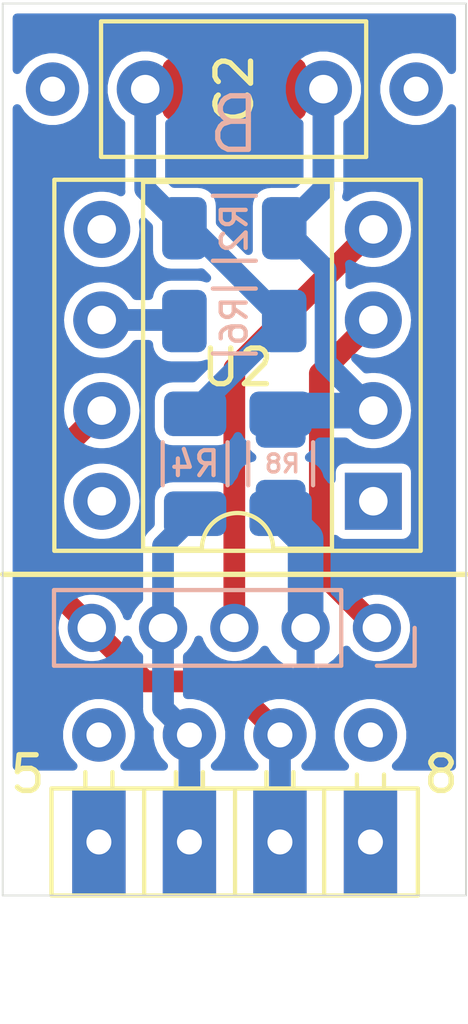
<source format=kicad_pcb>
(kicad_pcb (version 20171130) (host pcbnew "(5.1.2-1)-1")

  (general
    (thickness 0.8)
    (drawings 8)
    (tracks 41)
    (zones 0)
    (modules 10)
    (nets 16)
  )

  (page A4)
  (layers
    (0 F.Cu signal)
    (31 B.Cu signal)
    (32 B.Adhes user hide)
    (33 F.Adhes user hide)
    (36 B.SilkS user)
    (37 F.SilkS user)
    (38 B.Mask user)
    (39 F.Mask user)
    (40 Dwgs.User user)
    (41 Cmts.User user hide)
    (44 Edge.Cuts user)
    (45 Margin user hide)
    (46 B.CrtYd user hide)
    (47 F.CrtYd user)
    (48 B.Fab user hide)
    (49 F.Fab user hide)
  )

  (setup
    (last_trace_width 0.1524)
    (user_trace_width 0.25)
    (user_trace_width 0.28)
    (user_trace_width 0.3)
    (user_trace_width 0.35)
    (user_trace_width 0.4)
    (user_trace_width 0.5)
    (user_trace_width 1)
    (trace_clearance 0.1524)
    (zone_clearance 0.254)
    (zone_45_only no)
    (trace_min 0.1524)
    (via_size 0.508)
    (via_drill 0.254)
    (via_min_size 0.508)
    (via_min_drill 0.254)
    (uvia_size 0.508)
    (uvia_drill 0.254)
    (uvias_allowed no)
    (uvia_min_size 0.2)
    (uvia_min_drill 0.1)
    (edge_width 0.15)
    (segment_width 0.1)
    (pcb_text_width 0.3)
    (pcb_text_size 1.5 1.5)
    (mod_edge_width 0.15)
    (mod_text_size 1 1)
    (mod_text_width 0.15)
    (pad_size 1.35 1.35)
    (pad_drill 0.8)
    (pad_to_mask_clearance 0.051)
    (solder_mask_min_width 0.25)
    (aux_axis_origin 0 0)
    (grid_origin 125 89)
    (visible_elements FFFFFF7F)
    (pcbplotparams
      (layerselection 0x010fc_ffffffff)
      (usegerberextensions false)
      (usegerberattributes false)
      (usegerberadvancedattributes false)
      (creategerberjobfile false)
      (excludeedgelayer true)
      (linewidth 0.100000)
      (plotframeref false)
      (viasonmask false)
      (mode 1)
      (useauxorigin false)
      (hpglpennumber 1)
      (hpglpenspeed 20)
      (hpglpendiameter 15.000000)
      (psnegative false)
      (psa4output false)
      (plotreference true)
      (plotvalue true)
      (plotinvisibletext false)
      (padsonsilk false)
      (subtractmaskfromsilk false)
      (outputformat 1)
      (mirror false)
      (drillshape 1)
      (scaleselection 1)
      (outputdirectory ""))
  )

  (net 0 "")
  (net 1 "Net-(C2-Pad2)")
  (net 2 "Net-(C2-Pad1)")
  (net 3 "Net-(R6-Pad2)")
  (net 4 "Net-(U2-Pad8)")
  (net 5 "Net-(U2-Pad5)")
  (net 6 "Net-(U2-Pad1)")
  (net 7 "Net-(J14-Pad1)")
  (net 8 "Net-(J16-Pad1)")
  (net 9 "Net-(J1-Pad2)")
  (net 10 "Net-(J2-Pad4)")
  (net 11 "Net-(J2-Pad3)")
  (net 12 "Net-(J2-Pad2)")
  (net 13 "Net-(J2-Pad1)")
  (net 14 "Net-(J4-Pad3)")
  (net 15 "Net-(J4-Pad1)")

  (net_class Default "This is the default net class."
    (clearance 0.1524)
    (trace_width 0.1524)
    (via_dia 0.508)
    (via_drill 0.254)
    (uvia_dia 0.508)
    (uvia_drill 0.254)
  )

  (net_class SMD ""
    (clearance 0.1524)
    (trace_width 0.254)
    (via_dia 0.508)
    (via_drill 0.254)
    (uvia_dia 0.508)
    (uvia_drill 0.254)
  )

  (net_class grounds ""
    (clearance 0.254)
    (trace_width 1)
    (via_dia 0.762)
    (via_drill 0.381)
    (uvia_dia 0.762)
    (uvia_drill 0.381)
  )

  (net_class power ""
    (clearance 0.254)
    (trace_width 1)
    (via_dia 0.762)
    (via_drill 0.254)
    (uvia_dia 0.508)
    (uvia_drill 0.254)
  )

  (net_class signal ""
    (clearance 0.2)
    (trace_width 0.6096)
    (via_dia 0.762)
    (via_drill 0.381)
    (uvia_dia 0.762)
    (uvia_drill 0.381)
    (add_net "Net-(C2-Pad1)")
    (add_net "Net-(C2-Pad2)")
    (add_net "Net-(J1-Pad2)")
    (add_net "Net-(J14-Pad1)")
    (add_net "Net-(J16-Pad1)")
    (add_net "Net-(J2-Pad1)")
    (add_net "Net-(J2-Pad2)")
    (add_net "Net-(J2-Pad3)")
    (add_net "Net-(J2-Pad4)")
    (add_net "Net-(J4-Pad1)")
    (add_net "Net-(J4-Pad3)")
    (add_net "Net-(R6-Pad2)")
    (add_net "Net-(U2-Pad1)")
    (add_net "Net-(U2-Pad5)")
    (add_net "Net-(U2-Pad8)")
  )

  (net_class soic ""
    (clearance 0.1524)
    (trace_width 0.4)
    (via_dia 0.508)
    (via_drill 0.254)
    (uvia_dia 0.508)
    (uvia_drill 0.254)
  )

  (module Duallys:Kemet-33nF (layer F.Cu) (tedit 5FDBED7D) (tstamp 5FD6C921)
    (at 134 66.4 180)
    (descr "C, Rect series, Radial, pin pitch=5.00mm, , length*width=7.2*5.5mm^2, Capacitor, http://www.wima.com/EN/WIMA_FKS_2.pdf")
    (tags "C Rect series Radial pin pitch 5.00mm  length 7.2mm width 5.5mm Capacitor")
    (path /64E9A2A2)
    (fp_text reference C2 (at 2.5 0 90) (layer F.SilkS)
      (effects (font (size 1 1) (thickness 0.15)))
    )
    (fp_text value 33n (at 2.5 3.6) (layer F.SilkS) hide
      (effects (font (size 1 1) (thickness 0.15)))
    )
    (fp_line (start 6.35 -2) (end -1.3 -2) (layer F.CrtYd) (width 0.05))
    (fp_line (start 6.35 2) (end 6.35 -2) (layer F.CrtYd) (width 0.05))
    (fp_line (start -1.3 2) (end 6.35 2) (layer F.CrtYd) (width 0.05))
    (fp_line (start -1.3 -2) (end -1.3 2) (layer F.CrtYd) (width 0.05))
    (fp_line (start 6.24 -1.9) (end 6.24 1.9) (layer F.SilkS) (width 0.12))
    (fp_line (start -1.2 -1.9) (end -1.2 1.9) (layer F.SilkS) (width 0.12))
    (fp_line (start -1.2 1.9) (end 6.24 1.9) (layer F.SilkS) (width 0.12))
    (fp_line (start -1.2 -1.9) (end 6.24 -1.9) (layer F.SilkS) (width 0.12))
    (fp_line (start 6.1 -1.75) (end -1.1 -1.75) (layer F.Fab) (width 0.1))
    (fp_line (start 6.1 1.75) (end 6.1 -1.75) (layer F.Fab) (width 0.1))
    (fp_line (start -1.1 1.75) (end 6.1 1.75) (layer F.Fab) (width 0.1))
    (fp_line (start -1.1 -1.75) (end -1.1 1.75) (layer F.Fab) (width 0.1))
    (pad 2 smd roundrect (at 3.9 0 180) (size 1.25 1.75) (layers F.Cu F.Paste F.Mask) (roundrect_rratio 0.25)
      (net 1 "Net-(C2-Pad2)"))
    (pad 1 smd roundrect (at 1.1 0 180) (size 1.25 1.75) (layers F.Cu F.Paste F.Mask) (roundrect_rratio 0.25)
      (net 2 "Net-(C2-Pad1)"))
    (pad 2 thru_hole circle (at 5 0 180) (size 1.6 1.6) (drill 0.8) (layers *.Cu *.Mask)
      (net 1 "Net-(C2-Pad2)"))
    (pad 1 thru_hole circle (at 0 0 180) (size 1.6 1.6) (drill 0.8) (layers *.Cu *.Mask)
      (net 2 "Net-(C2-Pad1)"))
    (model ${KIPRJMOD}/Lib/3D/Kem-PHE-33n.step
      (at (xyz 0 0 0))
      (scale (xyz 1 1 1))
      (rotate (xyz 0 0 0))
    )
  )

  (module Resistor_SMD:R_1206_3216Metric (layer B.Cu) (tedit 5B301BBD) (tstamp 5FE9152A)
    (at 131.5 70.3)
    (descr "Resistor SMD 1206 (3216 Metric), square (rectangular) end terminal, IPC_7351 nominal, (Body size source: http://www.tortai-tech.com/upload/download/2011102023233369053.pdf), generated with kicad-footprint-generator")
    (tags resistor)
    (path /64E97252)
    (attr smd)
    (fp_text reference R2 (at 0 0 270) (layer B.SilkS)
      (effects (font (size 0.7 0.7) (thickness 0.12)) (justify mirror))
    )
    (fp_text value 2k26 (at 0 -1.82) (layer B.Fab)
      (effects (font (size 1 1) (thickness 0.15)) (justify mirror))
    )
    (fp_text user %R (at 0 0) (layer B.Fab)
      (effects (font (size 0.8 0.8) (thickness 0.12)) (justify mirror))
    )
    (fp_line (start 2.28 -1.12) (end -2.28 -1.12) (layer B.CrtYd) (width 0.05))
    (fp_line (start 2.28 1.12) (end 2.28 -1.12) (layer B.CrtYd) (width 0.05))
    (fp_line (start -2.28 1.12) (end 2.28 1.12) (layer B.CrtYd) (width 0.05))
    (fp_line (start -2.28 -1.12) (end -2.28 1.12) (layer B.CrtYd) (width 0.05))
    (fp_line (start -0.602064 -0.91) (end 0.602064 -0.91) (layer B.SilkS) (width 0.12))
    (fp_line (start -0.602064 0.91) (end 0.602064 0.91) (layer B.SilkS) (width 0.12))
    (fp_line (start 1.6 -0.8) (end -1.6 -0.8) (layer B.Fab) (width 0.1))
    (fp_line (start 1.6 0.8) (end 1.6 -0.8) (layer B.Fab) (width 0.1))
    (fp_line (start -1.6 0.8) (end 1.6 0.8) (layer B.Fab) (width 0.1))
    (fp_line (start -1.6 -0.8) (end -1.6 0.8) (layer B.Fab) (width 0.1))
    (pad 2 smd roundrect (at 1.4 0) (size 1.25 1.75) (layers B.Cu B.Paste B.Mask) (roundrect_rratio 0.2)
      (net 2 "Net-(C2-Pad1)"))
    (pad 1 smd roundrect (at -1.4 0) (size 1.25 1.75) (layers B.Cu B.Paste B.Mask) (roundrect_rratio 0.2)
      (net 1 "Net-(C2-Pad2)"))
    (model ${KISYS3DMOD}/Resistor_SMD.3dshapes/R_1206_3216Metric.wrl
      (at (xyz 0 0 0))
      (scale (xyz 1 1 1))
      (rotate (xyz 0 0 0))
    )
  )

  (module Resistor_SMD:R_1206_3216Metric (layer B.Cu) (tedit 5B301BBD) (tstamp 5FDB74DB)
    (at 130.4 76.9 90)
    (descr "Resistor SMD 1206 (3216 Metric), square (rectangular) end terminal, IPC_7351 nominal, (Body size source: http://www.tortai-tech.com/upload/download/2011102023233369053.pdf), generated with kicad-footprint-generator")
    (tags resistor)
    (path /6554D49A)
    (attr smd)
    (fp_text reference R4 (at 0 0) (layer B.SilkS)
      (effects (font (size 0.7 0.7) (thickness 0.12)) (justify mirror))
    )
    (fp_text value 6k65 (at 0 -1.82 90) (layer B.Fab)
      (effects (font (size 1 1) (thickness 0.15)) (justify mirror))
    )
    (fp_text user %R (at 0 0 90) (layer B.Fab)
      (effects (font (size 0.8 0.8) (thickness 0.12)) (justify mirror))
    )
    (fp_line (start 2.28 -1.12) (end -2.28 -1.12) (layer B.CrtYd) (width 0.05))
    (fp_line (start 2.28 1.12) (end 2.28 -1.12) (layer B.CrtYd) (width 0.05))
    (fp_line (start -2.28 1.12) (end 2.28 1.12) (layer B.CrtYd) (width 0.05))
    (fp_line (start -2.28 -1.12) (end -2.28 1.12) (layer B.CrtYd) (width 0.05))
    (fp_line (start -0.602064 -0.91) (end 0.602064 -0.91) (layer B.SilkS) (width 0.12))
    (fp_line (start -0.602064 0.91) (end 0.602064 0.91) (layer B.SilkS) (width 0.12))
    (fp_line (start 1.6 -0.8) (end -1.6 -0.8) (layer B.Fab) (width 0.1))
    (fp_line (start 1.6 0.8) (end 1.6 -0.8) (layer B.Fab) (width 0.1))
    (fp_line (start -1.6 0.8) (end 1.6 0.8) (layer B.Fab) (width 0.1))
    (fp_line (start -1.6 -0.8) (end -1.6 0.8) (layer B.Fab) (width 0.1))
    (pad 2 smd roundrect (at 1.4 0 90) (size 1.25 1.75) (layers B.Cu B.Paste B.Mask) (roundrect_rratio 0.2)
      (net 1 "Net-(C2-Pad2)"))
    (pad 1 smd roundrect (at -1.4 0 90) (size 1.25 1.75) (layers B.Cu B.Paste B.Mask) (roundrect_rratio 0.2)
      (net 12 "Net-(J2-Pad2)"))
    (model ${KISYS3DMOD}/Resistor_SMD.3dshapes/R_1206_3216Metric.wrl
      (at (xyz 0 0 0))
      (scale (xyz 1 1 1))
      (rotate (xyz 0 0 0))
    )
  )

  (module Resistor_SMD:R_1206_3216Metric (layer B.Cu) (tedit 5B301BBD) (tstamp 5FDB74FB)
    (at 131.5 72.9 180)
    (descr "Resistor SMD 1206 (3216 Metric), square (rectangular) end terminal, IPC_7351 nominal, (Body size source: http://www.tortai-tech.com/upload/download/2011102023233369053.pdf), generated with kicad-footprint-generator")
    (tags resistor)
    (path /6554A433)
    (attr smd)
    (fp_text reference R6 (at 0 0 270) (layer B.SilkS)
      (effects (font (size 0.7 0.7) (thickness 0.12)) (justify mirror))
    )
    (fp_text value 75 (at 0 -1.82) (layer B.Fab)
      (effects (font (size 1 1) (thickness 0.15)) (justify mirror))
    )
    (fp_text user %R (at 0 0) (layer B.Fab)
      (effects (font (size 0.8 0.8) (thickness 0.12)) (justify mirror))
    )
    (fp_line (start 2.28 -1.12) (end -2.28 -1.12) (layer B.CrtYd) (width 0.05))
    (fp_line (start 2.28 1.12) (end 2.28 -1.12) (layer B.CrtYd) (width 0.05))
    (fp_line (start -2.28 1.12) (end 2.28 1.12) (layer B.CrtYd) (width 0.05))
    (fp_line (start -2.28 -1.12) (end -2.28 1.12) (layer B.CrtYd) (width 0.05))
    (fp_line (start -0.602064 -0.91) (end 0.602064 -0.91) (layer B.SilkS) (width 0.12))
    (fp_line (start -0.602064 0.91) (end 0.602064 0.91) (layer B.SilkS) (width 0.12))
    (fp_line (start 1.6 -0.8) (end -1.6 -0.8) (layer B.Fab) (width 0.1))
    (fp_line (start 1.6 0.8) (end 1.6 -0.8) (layer B.Fab) (width 0.1))
    (fp_line (start -1.6 0.8) (end 1.6 0.8) (layer B.Fab) (width 0.1))
    (fp_line (start -1.6 -0.8) (end -1.6 0.8) (layer B.Fab) (width 0.1))
    (pad 2 smd roundrect (at 1.4 0 180) (size 1.25 1.75) (layers B.Cu B.Paste B.Mask) (roundrect_rratio 0.2)
      (net 3 "Net-(R6-Pad2)"))
    (pad 1 smd roundrect (at -1.4 0 180) (size 1.25 1.75) (layers B.Cu B.Paste B.Mask) (roundrect_rratio 0.2)
      (net 1 "Net-(C2-Pad2)"))
    (model ${KISYS3DMOD}/Resistor_SMD.3dshapes/R_1206_3216Metric.wrl
      (at (xyz 0 0 0))
      (scale (xyz 1 1 1))
      (rotate (xyz 0 0 0))
    )
  )

  (module Duallys:Combo-4P-Preci-B (layer F.Cu) (tedit 5FD78565) (tstamp 5FE4CF42)
    (at 127.7 84.5)
    (descr "Through hole angled pin header, 1x04, 2.54mm pitch, 6mm pin length, single row")
    (tags "Through hole angled pin header THT 1x04 2.54mm single row")
    (path /5F617894)
    (fp_text reference J2 (at 3.86 -1.67) (layer F.SilkS) hide
      (effects (font (size 1 1) (thickness 0.15)))
    )
    (fp_text value "5 6 7 8" (at 4.14 8.96) (layer F.Fab)
      (effects (font (size 1 1) (thickness 0.15)))
    )
    (fp_line (start 8.89 2.135) (end 8.88 4.5) (layer F.Fab) (width 0.1))
    (fp_line (start 8.88 4.5) (end -1.28 4.5) (layer F.Fab) (width 0.1))
    (fp_line (start -1.28 4.5) (end -1.28 1.55) (layer F.Fab) (width 0.1))
    (fp_line (start -1.28 1.55) (end 8.27 1.55) (layer F.Fab) (width 0.1))
    (fp_line (start 8.27 1.55) (end 8.89 2.135) (layer F.Fab) (width 0.1))
    (fp_line (start 7.94 0) (end 7.94 1.5) (layer F.Fab) (width 0.1))
    (fp_line (start 7.94 0) (end 7.3 0) (layer F.Fab) (width 0.1))
    (fp_line (start 7.3 0) (end 7.3 1.5) (layer F.Fab) (width 0.1))
    (fp_line (start 7.94 4.54) (end 7.94 8) (layer F.Fab) (width 0.1))
    (fp_line (start 7.94 8) (end 7.3 8) (layer F.Fab) (width 0.1))
    (fp_line (start 7.3 4.54) (end 7.3 8) (layer F.Fab) (width 0.1))
    (fp_line (start 5.4 0) (end 5.4 1.5) (layer F.Fab) (width 0.1))
    (fp_line (start 5.4 0) (end 4.76 0) (layer F.Fab) (width 0.1))
    (fp_line (start 4.76 0) (end 4.76 1.5) (layer F.Fab) (width 0.1))
    (fp_line (start 5.4 4.54) (end 5.4 8) (layer F.Fab) (width 0.1))
    (fp_line (start 5.4 8) (end 4.76 8) (layer F.Fab) (width 0.1))
    (fp_line (start 4.76 4.54) (end 4.76 8) (layer F.Fab) (width 0.1))
    (fp_line (start 2.86 0) (end 2.86 1.5) (layer F.Fab) (width 0.1))
    (fp_line (start 2.86 0) (end 2.22 0) (layer F.Fab) (width 0.1))
    (fp_line (start 2.22 0) (end 2.22 1.5) (layer F.Fab) (width 0.1))
    (fp_line (start 2.86 4.54) (end 2.86 8) (layer F.Fab) (width 0.1))
    (fp_line (start 2.86 8) (end 2.22 8) (layer F.Fab) (width 0.1))
    (fp_line (start 2.22 4.54) (end 2.22 8) (layer F.Fab) (width 0.1))
    (fp_line (start 0.32 0) (end 0.32 1.5) (layer F.Fab) (width 0.1))
    (fp_line (start 0.32 0) (end -0.32 0) (layer F.Fab) (width 0.1))
    (fp_line (start -0.32 0) (end -0.32 1.5) (layer F.Fab) (width 0.1))
    (fp_line (start 0.32 4.54) (end 0.32 8) (layer F.Fab) (width 0.1))
    (fp_line (start 0.32 8) (end -0.32 8) (layer F.Fab) (width 0.1))
    (fp_line (start -0.32 4.54) (end -0.32 8) (layer F.Fab) (width 0.1))
    (fp_line (start 8.95 1.5) (end -1.33 1.5) (layer F.SilkS) (width 0.12))
    (fp_line (start -1.33 1.5) (end -1.33 4.5) (layer F.SilkS) (width 0.12))
    (fp_line (start -1.33 4.5) (end 8.95 4.5) (layer F.SilkS) (width 0.12))
    (fp_line (start 8.95 4.5) (end 8.95 1.5) (layer F.SilkS) (width 0.12))
    (fp_line (start 8 1.11) (end 8 1.44) (layer F.SilkS) (width 0.12))
    (fp_line (start 7.24 1.11) (end 7.24 1.44) (layer F.SilkS) (width 0.12))
    (fp_line (start 6.32 1.5) (end 6.32 4.5) (layer F.SilkS) (width 0.12))
    (fp_line (start 5.46 1.042929) (end 5.46 1.44) (layer F.SilkS) (width 0.12))
    (fp_line (start 4.7 1.042929) (end 4.7 1.44) (layer F.SilkS) (width 0.12))
    (fp_line (start 3.82 1.5) (end 3.82 4.5) (layer F.SilkS) (width 0.12))
    (fp_line (start 2.92 1.042929) (end 2.92 1.44) (layer F.SilkS) (width 0.12))
    (fp_line (start 2.16 1.042929) (end 2.16 1.44) (layer F.SilkS) (width 0.12))
    (fp_line (start 1.27 1.5) (end 1.27 4.5) (layer F.SilkS) (width 0.12))
    (fp_line (start 0.38 1.042929) (end 0.38 1.44) (layer F.SilkS) (width 0.12))
    (fp_line (start -0.38 1.042929) (end -0.38 1.44) (layer F.SilkS) (width 0.12))
    (fp_line (start 8.92 -0.9) (end -1.33 -0.9) (layer F.CrtYd) (width 0.05))
    (fp_line (start -1.33 -0.9) (end -1.33 8.1) (layer F.CrtYd) (width 0.05))
    (fp_line (start -1.33 8.1) (end 8.92 8.1) (layer F.CrtYd) (width 0.05))
    (fp_line (start 8.92 8.1) (end 8.92 -0.9) (layer F.CrtYd) (width 0.05))
    (fp_text user %R (at 3.82 5.94) (layer F.Fab)
      (effects (font (size 1 1) (thickness 0.15)))
    )
    (pad 4 thru_hole circle (at 7.62 0 270) (size 1.5 1.5) (drill 0.7) (layers *.Cu *.Mask)
      (net 10 "Net-(J2-Pad4)"))
    (pad 3 thru_hole circle (at 5.08 0 270) (size 1.5 1.5) (drill 0.7) (layers *.Cu *.Mask)
      (net 11 "Net-(J2-Pad3)"))
    (pad 2 thru_hole circle (at 2.54 0 270) (size 1.5 1.5) (drill 0.7) (layers *.Cu *.Mask)
      (net 12 "Net-(J2-Pad2)"))
    (pad 1 thru_hole circle (at 0 0 270) (size 1.5 1.5) (drill 0.7) (layers *.Cu *.Mask)
      (net 13 "Net-(J2-Pad1)"))
    (pad 4 thru_hole rect (at 7.62 3 270) (size 3 1.5) (drill 0.7) (layers *.Cu *.Mask)
      (net 10 "Net-(J2-Pad4)"))
    (pad 3 thru_hole rect (at 5.08 3 270) (size 3 1.5) (drill 0.7) (layers *.Cu *.Mask)
      (net 11 "Net-(J2-Pad3)"))
    (pad 2 thru_hole rect (at 2.54 3 270) (size 3 1.5) (drill 0.7) (layers *.Cu *.Mask)
      (net 12 "Net-(J2-Pad2)"))
    (pad 1 thru_hole rect (at 0 3 270) (size 3 1.5) (drill 0.7) (layers *.Cu *.Mask)
      (net 13 "Net-(J2-Pad1)"))
    (model ${KIPRJMOD}/lib/3d/preci-dip_399.stp
      (offset (xyz 3.81 -1.55 1.27))
      (scale (xyz 1 1 1))
      (rotate (xyz 0 180 180))
    )
  )

  (module Duallys:PinHeader_1x05_P2mm_WithOut (layer B.Cu) (tedit 5FDE3678) (tstamp 5FE4CFAF)
    (at 135.5 81.5 90)
    (descr "Through hole straight pin header, 1x05, 2.00mm pitch, single row")
    (tags "Through hole pin header THT 1x05 2.00mm single row")
    (path /5FDED561)
    (fp_text reference J4 (at 0 2.06 90) (layer B.SilkS) hide
      (effects (font (size 1 1) (thickness 0.15)) (justify mirror))
    )
    (fp_text value Conn_01x05 (at 0 -10.06 90) (layer B.Fab)
      (effects (font (size 1 1) (thickness 0.15)) (justify mirror))
    )
    (fp_line (start -0.5 1) (end 1 1) (layer B.Fab) (width 0.1))
    (fp_line (start 1 1) (end 1 -9) (layer B.Fab) (width 0.1))
    (fp_line (start 1 -9) (end -1 -9) (layer B.Fab) (width 0.1))
    (fp_line (start -1 -9) (end -1 0.5) (layer B.Fab) (width 0.1))
    (fp_line (start -1 0.5) (end -0.5 1) (layer B.Fab) (width 0.1))
    (fp_line (start -1.06 -9.06) (end 1.06 -9.06) (layer B.SilkS) (width 0.12))
    (fp_line (start -1.06 -1) (end -1.06 -9.06) (layer B.SilkS) (width 0.12))
    (fp_line (start 1.06 -1) (end 1.06 -9.06) (layer B.SilkS) (width 0.12))
    (fp_line (start -1.06 -1) (end 1.06 -1) (layer B.SilkS) (width 0.12))
    (fp_line (start -1.06 0) (end -1.06 1.06) (layer B.SilkS) (width 0.12))
    (fp_line (start -1.06 1.06) (end 0 1.06) (layer B.SilkS) (width 0.12))
    (fp_line (start -1.5 1.5) (end -1.5 -9.5) (layer B.CrtYd) (width 0.05))
    (fp_line (start -1.5 -9.5) (end 1.5 -9.5) (layer B.CrtYd) (width 0.05))
    (fp_line (start 1.5 -9.5) (end 1.5 1.5) (layer B.CrtYd) (width 0.05))
    (fp_line (start 1.5 1.5) (end -1.5 1.5) (layer B.CrtYd) (width 0.05))
    (fp_text user %R (at 0 -4 180) (layer B.Fab)
      (effects (font (size 1 1) (thickness 0.15)) (justify mirror))
    )
    (pad 1 thru_hole circle (at 0 0 90) (size 1.35 1.35) (drill 0.8) (layers *.Cu *.Mask)
      (net 15 "Net-(J4-Pad1)"))
    (pad 2 thru_hole oval (at 0 -2 90) (size 1.35 1.35) (drill 0.8) (layers *.Cu *.Mask)
      (net 9 "Net-(J1-Pad2)"))
    (pad 3 thru_hole oval (at 0 -4 90) (size 1.35 1.35) (drill 0.8) (layers *.Cu *.Mask)
      (net 14 "Net-(J4-Pad3)"))
    (pad 4 thru_hole oval (at 0 -6 90) (size 1.35 1.35) (drill 0.8) (layers *.Cu *.Mask)
      (net 12 "Net-(J2-Pad2)"))
    (pad 5 thru_hole oval (at 0 -8 90) (size 1.35 1.35) (drill 0.8) (layers *.Cu *.Mask)
      (net 11 "Net-(J2-Pad3)"))
  )

  (module Duallys:ThruPoint_THT_D1.5mm_Drill0.7mm (layer F.Cu) (tedit 5FD4F26B) (tstamp 5FE4CFBB)
    (at 126.4 66.4)
    (descr "THT pad as test Point, diameter 1.5mm, hole diameter 0.7mm")
    (tags "test point THT pad")
    (path /5FD793FB)
    (attr virtual)
    (fp_text reference J14 (at 0 -1.648) (layer F.Fab)
      (effects (font (size 1 1) (thickness 0.15)))
    )
    (fp_text value Tie (at 0 1.75) (layer F.Fab)
      (effects (font (size 1 1) (thickness 0.15)))
    )
    (fp_text user %R (at 0 -1.65) (layer F.Fab)
      (effects (font (size 1 1) (thickness 0.15)))
    )
    (pad 1 thru_hole circle (at 0 0) (size 1.5 1.5) (drill 0.7) (layers *.Cu *.Mask)
      (net 7 "Net-(J14-Pad1)"))
  )

  (module Duallys:ThruPoint_THT_D1.5mm_Drill0.7mm (layer F.Cu) (tedit 5FD4F26B) (tstamp 5FE4CFC7)
    (at 136.6 66.4)
    (descr "THT pad as test Point, diameter 1.5mm, hole diameter 0.7mm")
    (tags "test point THT pad")
    (path /5FD79D56)
    (attr virtual)
    (fp_text reference J16 (at 0 -1.648) (layer F.Fab)
      (effects (font (size 1 1) (thickness 0.15)))
    )
    (fp_text value Tie (at 0 1.75) (layer F.Fab)
      (effects (font (size 1 1) (thickness 0.15)))
    )
    (fp_text user %R (at 0 -1.65) (layer F.Fab)
      (effects (font (size 1 1) (thickness 0.15)))
    )
    (pad 1 thru_hole circle (at 0 0) (size 1.5 1.5) (drill 0.7) (layers *.Cu *.Mask)
      (net 8 "Net-(J16-Pad1)"))
  )

  (module "Duallys:R_1206(0805)combo" (layer B.Cu) (tedit 5FE133FD) (tstamp 5FE4D102)
    (at 132.8 76.9 270)
    (descr "Resistor SMD 1206 (3216 Metric), square (rectangular) end terminal, IPC_7351 nominal, (Body size source: http://www.tortai-tech.com/upload/download/2011102023233369053.pdf), generated with kicad-footprint-generator")
    (tags resistor)
    (path /64E9D145)
    (attr smd)
    (fp_text reference R8 (at 0 -0.05 180) (layer B.SilkS)
      (effects (font (size 0.5 0.5) (thickness 0.1)) (justify mirror))
    )
    (fp_text value 105 (at 0 -1.82 90) (layer B.Fab)
      (effects (font (size 1 1) (thickness 0.15)) (justify mirror))
    )
    (fp_text user %R (at 0 0 90) (layer B.Fab)
      (effects (font (size 0.8 0.8) (thickness 0.12)) (justify mirror))
    )
    (fp_line (start 2.28 -1.12) (end -2.28 -1.12) (layer B.CrtYd) (width 0.05))
    (fp_line (start 2.28 1.12) (end 2.28 -1.12) (layer B.CrtYd) (width 0.05))
    (fp_line (start -2.28 1.12) (end 2.28 1.12) (layer B.CrtYd) (width 0.05))
    (fp_line (start -2.28 -1.12) (end -2.28 1.12) (layer B.CrtYd) (width 0.05))
    (fp_line (start -0.602064 -0.91) (end 0.602064 -0.91) (layer B.SilkS) (width 0.12))
    (fp_line (start -0.602064 0.91) (end 0.602064 0.91) (layer B.SilkS) (width 0.12))
    (fp_line (start 1.6 -0.8) (end -1.6 -0.8) (layer B.Fab) (width 0.1))
    (fp_line (start 1.6 0.8) (end 1.6 -0.8) (layer B.Fab) (width 0.1))
    (fp_line (start -1.6 0.8) (end 1.6 0.8) (layer B.Fab) (width 0.1))
    (fp_line (start -1.6 -0.8) (end -1.6 0.8) (layer B.Fab) (width 0.1))
    (pad 2 smd roundrect (at 1.025 0 270) (size 1.15 1.4) (layers B.Cu B.Paste B.Mask) (roundrect_rratio 0.217)
      (net 9 "Net-(J1-Pad2)"))
    (pad 1 smd roundrect (at -1.025 0 270) (size 1.15 1.4) (layers B.Cu B.Paste B.Mask) (roundrect_rratio 0.217)
      (net 2 "Net-(C2-Pad1)"))
    (pad 2 smd roundrect (at 1.4 0 270) (size 1.25 1.75) (layers B.Cu B.Paste B.Mask) (roundrect_rratio 0.2)
      (net 9 "Net-(J1-Pad2)"))
    (pad 1 smd roundrect (at -1.4 0 270) (size 1.25 1.75) (layers B.Cu B.Paste B.Mask) (roundrect_rratio 0.2)
      (net 2 "Net-(C2-Pad1)"))
    (model ${KISYS3DMOD}/Resistor_SMD.3dshapes/R_1206_3216Metric.wrl
      (at (xyz 0 0 0))
      (scale (xyz 1 1 1))
      (rotate (xyz 0 0 0))
    )
  )

  (module Package_DIP:DIP-8_W7.62mm_Socket (layer F.Cu) (tedit 5A02E8C5) (tstamp 5FE90CE1)
    (at 135.4 77.95 180)
    (descr "8-lead though-hole mounted DIP package, row spacing 7.62 mm (300 mils), Socket")
    (tags "THT DIP DIL PDIP 2.54mm 7.62mm 300mil Socket")
    (path /6497E1F1)
    (fp_text reference U2 (at 3.81 3.75) (layer F.SilkS)
      (effects (font (size 1 1) (thickness 0.15)))
    )
    (fp_text value OPA1641 (at 3.81 9.95) (layer F.Fab)
      (effects (font (size 1 1) (thickness 0.15)))
    )
    (fp_text user %R (at 3.81 3.81) (layer F.Fab)
      (effects (font (size 1 1) (thickness 0.15)))
    )
    (fp_line (start 9.15 -1.6) (end -1.55 -1.6) (layer F.CrtYd) (width 0.05))
    (fp_line (start 9.15 9.2) (end 9.15 -1.6) (layer F.CrtYd) (width 0.05))
    (fp_line (start -1.55 9.2) (end 9.15 9.2) (layer F.CrtYd) (width 0.05))
    (fp_line (start -1.55 -1.6) (end -1.55 9.2) (layer F.CrtYd) (width 0.05))
    (fp_line (start 8.95 -1.39) (end -1.33 -1.39) (layer F.SilkS) (width 0.12))
    (fp_line (start 8.95 9.01) (end 8.95 -1.39) (layer F.SilkS) (width 0.12))
    (fp_line (start -1.33 9.01) (end 8.95 9.01) (layer F.SilkS) (width 0.12))
    (fp_line (start -1.33 -1.39) (end -1.33 9.01) (layer F.SilkS) (width 0.12))
    (fp_line (start 6.46 -1.33) (end 4.81 -1.33) (layer F.SilkS) (width 0.12))
    (fp_line (start 6.46 8.95) (end 6.46 -1.33) (layer F.SilkS) (width 0.12))
    (fp_line (start 1.16 8.95) (end 6.46 8.95) (layer F.SilkS) (width 0.12))
    (fp_line (start 1.16 -1.33) (end 1.16 8.95) (layer F.SilkS) (width 0.12))
    (fp_line (start 2.81 -1.33) (end 1.16 -1.33) (layer F.SilkS) (width 0.12))
    (fp_line (start 8.89 -1.33) (end -1.27 -1.33) (layer F.Fab) (width 0.1))
    (fp_line (start 8.89 8.95) (end 8.89 -1.33) (layer F.Fab) (width 0.1))
    (fp_line (start -1.27 8.95) (end 8.89 8.95) (layer F.Fab) (width 0.1))
    (fp_line (start -1.27 -1.33) (end -1.27 8.95) (layer F.Fab) (width 0.1))
    (fp_line (start 0.635 -0.27) (end 1.635 -1.27) (layer F.Fab) (width 0.1))
    (fp_line (start 0.635 8.89) (end 0.635 -0.27) (layer F.Fab) (width 0.1))
    (fp_line (start 6.985 8.89) (end 0.635 8.89) (layer F.Fab) (width 0.1))
    (fp_line (start 6.985 -1.27) (end 6.985 8.89) (layer F.Fab) (width 0.1))
    (fp_line (start 1.635 -1.27) (end 6.985 -1.27) (layer F.Fab) (width 0.1))
    (fp_arc (start 3.81 -1.33) (end 2.81 -1.33) (angle -180) (layer F.SilkS) (width 0.12))
    (pad 8 thru_hole oval (at 7.62 0 180) (size 1.6 1.6) (drill 0.8) (layers *.Cu *.Mask)
      (net 4 "Net-(U2-Pad8)"))
    (pad 4 thru_hole oval (at 0 7.62 180) (size 1.6 1.6) (drill 0.8) (layers *.Cu *.Mask)
      (net 14 "Net-(J4-Pad3)"))
    (pad 7 thru_hole oval (at 7.62 2.54 180) (size 1.6 1.6) (drill 0.8) (layers *.Cu *.Mask)
      (net 11 "Net-(J2-Pad3)"))
    (pad 3 thru_hole oval (at 0 5.08 180) (size 1.6 1.6) (drill 0.8) (layers *.Cu *.Mask)
      (net 15 "Net-(J4-Pad1)"))
    (pad 6 thru_hole oval (at 7.62 5.08 180) (size 1.6 1.6) (drill 0.8) (layers *.Cu *.Mask)
      (net 3 "Net-(R6-Pad2)"))
    (pad 2 thru_hole oval (at 0 2.54 180) (size 1.6 1.6) (drill 0.8) (layers *.Cu *.Mask)
      (net 2 "Net-(C2-Pad1)"))
    (pad 5 thru_hole oval (at 7.62 7.62 180) (size 1.6 1.6) (drill 0.8) (layers *.Cu *.Mask)
      (net 5 "Net-(U2-Pad5)"))
    (pad 1 thru_hole rect (at 0 0 180) (size 1.6 1.6) (drill 0.8) (layers *.Cu *.Mask)
      (net 6 "Net-(U2-Pad1)"))
    (model ${KISYS3DMOD}/Package_DIP.3dshapes/DIP-8_W7.62mm_Socket.wrl
      (at (xyz 0 0 0))
      (scale (xyz 1 1 1))
      (rotate (xyz 0 0 0))
    )
  )

  (gr_text B (at 131.5 67.4) (layer B.SilkS) (tstamp 5FDFD051)
    (effects (font (size 1.5 1.5) (thickness 0.15)) (justify mirror))
  )
  (gr_text 8 (at 137.3 85.6) (layer F.SilkS)
    (effects (font (size 1 1) (thickness 0.15)))
  )
  (gr_text 5 (at 125.7 85.6) (layer F.SilkS)
    (effects (font (size 1 1) (thickness 0.15)))
  )
  (gr_line (start 125 89) (end 138 89) (layer Edge.Cuts) (width 0.05) (tstamp 5F6292F5))
  (gr_line (start 138 80) (end 125 80) (layer F.SilkS) (width 0.15))
  (gr_line (start 125 64) (end 125 89) (layer Edge.Cuts) (width 0.05))
  (gr_line (start 138 64) (end 125 64) (layer Edge.Cuts) (width 0.05))
  (gr_line (start 138 89) (end 138 64) (layer Edge.Cuts) (width 0.05))

  (segment (start 129 66.4) (end 130.1 66.4) (width 0.6096) (layer F.Cu) (net 1))
  (segment (start 129 69.2) (end 130.1 70.3) (width 0.6096) (layer B.Cu) (net 1))
  (segment (start 129 66.4) (end 129 69.2) (width 0.6096) (layer B.Cu) (net 1))
  (segment (start 130.3 70.3) (end 132.9 72.9) (width 0.6096) (layer B.Cu) (net 1))
  (segment (start 130.1 70.3) (end 130.3 70.3) (width 0.6096) (layer B.Cu) (net 1))
  (segment (start 130.4 75.4) (end 132.9 72.9) (width 0.6096) (layer B.Cu) (net 1))
  (segment (start 130.4 75.5) (end 130.4 75.4) (width 0.6096) (layer B.Cu) (net 1))
  (segment (start 134 66.4) (end 132.9 66.4) (width 0.6096) (layer F.Cu) (net 2))
  (segment (start 135.01 75.8) (end 135.4 75.41) (width 0.5) (layer B.Cu) (net 2))
  (segment (start 132.9 70.3) (end 134.06 71.46) (width 0.6096) (layer B.Cu) (net 2))
  (segment (start 134.06 74.07) (end 135.4 75.41) (width 0.6096) (layer B.Cu) (net 2))
  (segment (start 134.06 71.46) (end 134.06 74.07) (width 0.6096) (layer B.Cu) (net 2))
  (segment (start 134 69.2) (end 132.9 70.3) (width 0.6096) (layer B.Cu) (net 2))
  (segment (start 134 66.4) (end 134 69.2) (width 0.6096) (layer B.Cu) (net 2))
  (segment (start 132.89 75.41) (end 132.8 75.5) (width 1) (layer B.Cu) (net 2))
  (segment (start 135.4 75.41) (end 132.89 75.41) (width 1) (layer B.Cu) (net 2))
  (segment (start 130.07 72.87) (end 130.1 72.9) (width 0.6096) (layer B.Cu) (net 3))
  (segment (start 127.78 72.87) (end 130.07 72.87) (width 0.6096) (layer B.Cu) (net 3))
  (segment (start 133.5 81.5) (end 133.5 81.49) (width 0.4) (layer B.Cu) (net 9))
  (segment (start 133.5 79) (end 132.8 78.3) (width 1) (layer B.Cu) (net 9))
  (segment (start 133.5 81.5) (end 133.5 79) (width 1) (layer B.Cu) (net 9))
  (segment (start 132.78 87.5) (end 132.78 84.5) (width 0.6096) (layer B.Cu) (net 11))
  (segment (start 132.78 84.5) (end 132.5 84.5) (width 0.6096) (layer F.Cu) (net 11))
  (segment (start 127.5 81.5) (end 127.5 81.76) (width 0.6096) (layer F.Cu) (net 11))
  (segment (start 127.5 81.5) (end 127.5 81.2) (width 0.6096) (layer B.Cu) (net 11))
  (segment (start 127.78 75.41) (end 126.2 76.99) (width 0.6096) (layer F.Cu) (net 11))
  (segment (start 126.2 80.2) (end 127.5 81.5) (width 0.6096) (layer F.Cu) (net 11))
  (segment (start 126.2 76.99) (end 126.2 80.2) (width 0.6096) (layer F.Cu) (net 11))
  (segment (start 127.5 81.5) (end 129 83) (width 0.6096) (layer F.Cu) (net 11))
  (segment (start 131.28 83) (end 132.78 84.5) (width 0.6096) (layer F.Cu) (net 11))
  (segment (start 129 83) (end 131.28 83) (width 0.6096) (layer F.Cu) (net 11))
  (segment (start 130.24 87.5) (end 130.24 84.5) (width 0.6096) (layer B.Cu) (net 12))
  (segment (start 129.5 79.2) (end 130.4 78.3) (width 0.6096) (layer B.Cu) (net 12))
  (segment (start 129.5 81.5) (end 129.5 79.2) (width 0.6096) (layer B.Cu) (net 12))
  (segment (start 129.5 83.76) (end 130.24 84.5) (width 0.6096) (layer B.Cu) (net 12))
  (segment (start 129.5 81.5) (end 129.5 83.76) (width 0.6096) (layer B.Cu) (net 12))
  (segment (start 131.5 74.23) (end 135.4 70.33) (width 0.6096) (layer F.Cu) (net 14))
  (segment (start 131.5 81.5) (end 131.5 74.23) (width 0.6096) (layer F.Cu) (net 14))
  (segment (start 135.4 72.87) (end 133.9 74.37) (width 0.6096) (layer F.Cu) (net 15))
  (segment (start 133.9 79.9) (end 135.5 81.5) (width 0.6096) (layer F.Cu) (net 15))
  (segment (start 133.9 74.37) (end 133.9 79.9) (width 0.6096) (layer F.Cu) (net 15))

  (zone (net 9) (net_name "Net-(J1-Pad2)") (layer B.Cu) (tstamp 0) (hatch edge 0.508)
    (connect_pads (clearance 0.254))
    (min_thickness 0.254)
    (fill yes (arc_segments 32) (thermal_gap 0.508) (thermal_bridge_width 0.508))
    (polygon
      (pts
        (xy 125 64) (xy 125 85.5) (xy 138 85.5) (xy 138 64)
      )
    )
    (filled_polygon
      (pts
        (xy 137.594001 65.851882) (xy 137.478505 65.67903) (xy 137.32097 65.521495) (xy 137.135729 65.397721) (xy 136.9299 65.312464)
        (xy 136.711394 65.269) (xy 136.488606 65.269) (xy 136.2701 65.312464) (xy 136.064271 65.397721) (xy 135.87903 65.521495)
        (xy 135.721495 65.67903) (xy 135.597721 65.864271) (xy 135.512464 66.0701) (xy 135.469 66.288606) (xy 135.469 66.511394)
        (xy 135.512464 66.7299) (xy 135.597721 66.935729) (xy 135.721495 67.12097) (xy 135.87903 67.278505) (xy 136.064271 67.402279)
        (xy 136.2701 67.487536) (xy 136.488606 67.531) (xy 136.711394 67.531) (xy 136.9299 67.487536) (xy 137.135729 67.402279)
        (xy 137.32097 67.278505) (xy 137.478505 67.12097) (xy 137.594001 66.948118) (xy 137.594 85.373) (xy 136.046475 85.373)
        (xy 136.198505 85.22097) (xy 136.322279 85.035729) (xy 136.407536 84.8299) (xy 136.451 84.611394) (xy 136.451 84.388606)
        (xy 136.407536 84.1701) (xy 136.322279 83.964271) (xy 136.198505 83.77903) (xy 136.04097 83.621495) (xy 135.855729 83.497721)
        (xy 135.6499 83.412464) (xy 135.431394 83.369) (xy 135.208606 83.369) (xy 134.9901 83.412464) (xy 134.784271 83.497721)
        (xy 134.59903 83.621495) (xy 134.441495 83.77903) (xy 134.317721 83.964271) (xy 134.232464 84.1701) (xy 134.189 84.388606)
        (xy 134.189 84.611394) (xy 134.232464 84.8299) (xy 134.317721 85.035729) (xy 134.441495 85.22097) (xy 134.593525 85.373)
        (xy 133.506475 85.373) (xy 133.658505 85.22097) (xy 133.782279 85.035729) (xy 133.867536 84.8299) (xy 133.911 84.611394)
        (xy 133.911 84.388606) (xy 133.867536 84.1701) (xy 133.782279 83.964271) (xy 133.658505 83.77903) (xy 133.50097 83.621495)
        (xy 133.315729 83.497721) (xy 133.1099 83.412464) (xy 132.891394 83.369) (xy 132.668606 83.369) (xy 132.4501 83.412464)
        (xy 132.244271 83.497721) (xy 132.05903 83.621495) (xy 131.901495 83.77903) (xy 131.777721 83.964271) (xy 131.692464 84.1701)
        (xy 131.649 84.388606) (xy 131.649 84.611394) (xy 131.692464 84.8299) (xy 131.777721 85.035729) (xy 131.901495 85.22097)
        (xy 132.053525 85.373) (xy 130.966475 85.373) (xy 131.118505 85.22097) (xy 131.242279 85.035729) (xy 131.327536 84.8299)
        (xy 131.371 84.611394) (xy 131.371 84.388606) (xy 131.327536 84.1701) (xy 131.242279 83.964271) (xy 131.118505 83.77903)
        (xy 130.96097 83.621495) (xy 130.775729 83.497721) (xy 130.5699 83.412464) (xy 130.351394 83.369) (xy 130.1858 83.369)
        (xy 130.1858 82.303265) (xy 130.250317 82.250317) (xy 130.38228 82.089521) (xy 130.480337 81.906069) (xy 130.5 81.841248)
        (xy 130.519663 81.906069) (xy 130.61772 82.089521) (xy 130.749683 82.250317) (xy 130.910479 82.38228) (xy 131.093931 82.480337)
        (xy 131.292988 82.54072) (xy 131.448128 82.556) (xy 131.551872 82.556) (xy 131.707012 82.54072) (xy 131.906069 82.480337)
        (xy 132.089521 82.38228) (xy 132.250317 82.250317) (xy 132.353683 82.124366) (xy 132.454656 82.289537) (xy 132.628773 82.478303)
        (xy 132.836371 82.629473) (xy 133.069472 82.737238) (xy 133.1706 82.76791) (xy 133.373 82.644224) (xy 133.373 81.627)
        (xy 133.627 81.627) (xy 133.627 82.644224) (xy 133.8294 82.76791) (xy 133.930528 82.737238) (xy 134.163629 82.629473)
        (xy 134.371227 82.478303) (xy 134.545344 82.289537) (xy 134.646714 82.123717) (xy 134.679751 82.173161) (xy 134.826839 82.320249)
        (xy 134.999796 82.435815) (xy 135.191976 82.515419) (xy 135.395993 82.556) (xy 135.604007 82.556) (xy 135.808024 82.515419)
        (xy 136.000204 82.435815) (xy 136.173161 82.320249) (xy 136.320249 82.173161) (xy 136.435815 82.000204) (xy 136.515419 81.808024)
        (xy 136.556 81.604007) (xy 136.556 81.395993) (xy 136.515419 81.191976) (xy 136.435815 80.999796) (xy 136.320249 80.826839)
        (xy 136.173161 80.679751) (xy 136.000204 80.564185) (xy 135.808024 80.484581) (xy 135.604007 80.444) (xy 135.395993 80.444)
        (xy 135.191976 80.484581) (xy 134.999796 80.564185) (xy 134.826839 80.679751) (xy 134.679751 80.826839) (xy 134.646714 80.876283)
        (xy 134.545344 80.710463) (xy 134.371227 80.521697) (xy 134.327 80.489492) (xy 134.327 79.017922) (xy 134.329289 79.020711)
        (xy 134.387304 79.068322) (xy 134.453492 79.103701) (xy 134.525311 79.125487) (xy 134.6 79.132843) (xy 136.2 79.132843)
        (xy 136.274689 79.125487) (xy 136.346508 79.103701) (xy 136.412696 79.068322) (xy 136.470711 79.020711) (xy 136.518322 78.962696)
        (xy 136.553701 78.896508) (xy 136.575487 78.824689) (xy 136.582843 78.75) (xy 136.582843 77.15) (xy 136.575487 77.075311)
        (xy 136.553701 77.003492) (xy 136.518322 76.937304) (xy 136.470711 76.879289) (xy 136.412696 76.831678) (xy 136.346508 76.796299)
        (xy 136.274689 76.774513) (xy 136.2 76.767157) (xy 134.6 76.767157) (xy 134.525311 76.774513) (xy 134.453492 76.796299)
        (xy 134.387304 76.831678) (xy 134.329289 76.879289) (xy 134.281678 76.937304) (xy 134.246299 77.003492) (xy 134.224513 77.075311)
        (xy 134.217157 77.15) (xy 134.217157 77.342245) (xy 134.205537 77.320506) (xy 134.126185 77.223815) (xy 134.125001 77.222843)
        (xy 134.089502 77.10582) (xy 134.030537 76.995506) (xy 133.951185 76.898815) (xy 133.854494 76.819463) (xy 133.74418 76.760498)
        (xy 133.624482 76.724188) (xy 133.606481 76.722415) (xy 133.697619 76.647619) (xy 133.776266 76.551789) (xy 133.834705 76.442456)
        (xy 133.870636 76.324008) (xy 133.872488 76.322488) (xy 133.898329 76.291) (xy 134.61188 76.291) (xy 134.740697 76.396717)
        (xy 134.945864 76.506381) (xy 135.168484 76.573912) (xy 135.341984 76.591) (xy 135.458016 76.591) (xy 135.631516 76.573912)
        (xy 135.854136 76.506381) (xy 136.059303 76.396717) (xy 136.239134 76.249134) (xy 136.386717 76.069303) (xy 136.496381 75.864136)
        (xy 136.563912 75.641516) (xy 136.586714 75.41) (xy 136.563912 75.178484) (xy 136.496381 74.955864) (xy 136.386717 74.750697)
        (xy 136.239134 74.570866) (xy 136.059303 74.423283) (xy 135.854136 74.313619) (xy 135.631516 74.246088) (xy 135.458016 74.229)
        (xy 135.341984 74.229) (xy 135.202596 74.242728) (xy 134.903724 73.943857) (xy 134.945864 73.966381) (xy 135.168484 74.033912)
        (xy 135.341984 74.051) (xy 135.458016 74.051) (xy 135.631516 74.033912) (xy 135.854136 73.966381) (xy 136.059303 73.856717)
        (xy 136.239134 73.709134) (xy 136.386717 73.529303) (xy 136.496381 73.324136) (xy 136.563912 73.101516) (xy 136.586714 72.87)
        (xy 136.563912 72.638484) (xy 136.496381 72.415864) (xy 136.386717 72.210697) (xy 136.239134 72.030866) (xy 136.059303 71.883283)
        (xy 135.854136 71.773619) (xy 135.631516 71.706088) (xy 135.458016 71.689) (xy 135.341984 71.689) (xy 135.168484 71.706088)
        (xy 134.945864 71.773619) (xy 134.7458 71.880555) (xy 134.7458 71.493686) (xy 134.749118 71.46) (xy 134.7458 71.426311)
        (xy 134.735877 71.32556) (xy 134.730708 71.308519) (xy 134.740697 71.316717) (xy 134.945864 71.426381) (xy 135.168484 71.493912)
        (xy 135.341984 71.511) (xy 135.458016 71.511) (xy 135.631516 71.493912) (xy 135.854136 71.426381) (xy 136.059303 71.316717)
        (xy 136.239134 71.169134) (xy 136.386717 70.989303) (xy 136.496381 70.784136) (xy 136.563912 70.561516) (xy 136.586714 70.33)
        (xy 136.563912 70.098484) (xy 136.496381 69.875864) (xy 136.386717 69.670697) (xy 136.239134 69.490866) (xy 136.059303 69.343283)
        (xy 135.854136 69.233619) (xy 135.631516 69.166088) (xy 135.458016 69.149) (xy 135.341984 69.149) (xy 135.168484 69.166088)
        (xy 134.945864 69.233619) (xy 134.740697 69.343283) (xy 134.650819 69.417043) (xy 134.673194 69.343283) (xy 134.675877 69.33444)
        (xy 134.6858 69.233689) (xy 134.6858 69.233686) (xy 134.689118 69.2) (xy 134.6858 69.166314) (xy 134.6858 67.362139)
        (xy 134.752843 67.317342) (xy 134.917342 67.152843) (xy 135.046588 66.959413) (xy 135.135614 66.744485) (xy 135.181 66.516318)
        (xy 135.181 66.283682) (xy 135.135614 66.055515) (xy 135.046588 65.840587) (xy 134.917342 65.647157) (xy 134.752843 65.482658)
        (xy 134.559413 65.353412) (xy 134.344485 65.264386) (xy 134.116318 65.219) (xy 133.883682 65.219) (xy 133.655515 65.264386)
        (xy 133.440587 65.353412) (xy 133.247157 65.482658) (xy 133.082658 65.647157) (xy 132.953412 65.840587) (xy 132.864386 66.055515)
        (xy 132.819 66.283682) (xy 132.819 66.516318) (xy 132.864386 66.744485) (xy 132.953412 66.959413) (xy 133.082658 67.152843)
        (xy 133.247157 67.317342) (xy 133.3142 67.362139) (xy 133.314201 68.915931) (xy 133.187975 69.042157) (xy 132.525 69.042157)
        (xy 132.401538 69.054317) (xy 132.282821 69.090329) (xy 132.173411 69.14881) (xy 132.077512 69.227512) (xy 131.99881 69.323411)
        (xy 131.940329 69.432821) (xy 131.904317 69.551538) (xy 131.892157 69.675) (xy 131.892157 70.92229) (xy 131.107843 70.137976)
        (xy 131.107843 69.675) (xy 131.095683 69.551538) (xy 131.059671 69.432821) (xy 131.00119 69.323411) (xy 130.922488 69.227512)
        (xy 130.826589 69.14881) (xy 130.717179 69.090329) (xy 130.598462 69.054317) (xy 130.475 69.042157) (xy 129.812024 69.042157)
        (xy 129.6858 68.915933) (xy 129.6858 67.362139) (xy 129.752843 67.317342) (xy 129.917342 67.152843) (xy 130.046588 66.959413)
        (xy 130.135614 66.744485) (xy 130.181 66.516318) (xy 130.181 66.283682) (xy 130.135614 66.055515) (xy 130.046588 65.840587)
        (xy 129.917342 65.647157) (xy 129.752843 65.482658) (xy 129.559413 65.353412) (xy 129.344485 65.264386) (xy 129.116318 65.219)
        (xy 128.883682 65.219) (xy 128.655515 65.264386) (xy 128.440587 65.353412) (xy 128.247157 65.482658) (xy 128.082658 65.647157)
        (xy 127.953412 65.840587) (xy 127.864386 66.055515) (xy 127.819 66.283682) (xy 127.819 66.516318) (xy 127.864386 66.744485)
        (xy 127.953412 66.959413) (xy 128.082658 67.152843) (xy 128.247157 67.317342) (xy 128.3142 67.362139) (xy 128.314201 69.166312)
        (xy 128.310883 69.2) (xy 128.318643 69.278789) (xy 128.234136 69.233619) (xy 128.011516 69.166088) (xy 127.838016 69.149)
        (xy 127.721984 69.149) (xy 127.548484 69.166088) (xy 127.325864 69.233619) (xy 127.120697 69.343283) (xy 126.940866 69.490866)
        (xy 126.793283 69.670697) (xy 126.683619 69.875864) (xy 126.616088 70.098484) (xy 126.593286 70.33) (xy 126.616088 70.561516)
        (xy 126.683619 70.784136) (xy 126.793283 70.989303) (xy 126.940866 71.169134) (xy 127.120697 71.316717) (xy 127.325864 71.426381)
        (xy 127.548484 71.493912) (xy 127.721984 71.511) (xy 127.838016 71.511) (xy 128.011516 71.493912) (xy 128.234136 71.426381)
        (xy 128.439303 71.316717) (xy 128.619134 71.169134) (xy 128.766717 70.989303) (xy 128.876381 70.784136) (xy 128.943912 70.561516)
        (xy 128.966714 70.33) (xy 128.945583 70.11545) (xy 129.092157 70.262025) (xy 129.092157 70.925) (xy 129.104317 71.048462)
        (xy 129.140329 71.167179) (xy 129.19881 71.276589) (xy 129.277512 71.372488) (xy 129.373411 71.45119) (xy 129.482821 71.509671)
        (xy 129.601538 71.545683) (xy 129.725 71.557843) (xy 130.475 71.557843) (xy 130.577846 71.547713) (xy 130.724231 71.694098)
        (xy 130.717179 71.690329) (xy 130.598462 71.654317) (xy 130.475 71.642157) (xy 129.725 71.642157) (xy 129.601538 71.654317)
        (xy 129.482821 71.690329) (xy 129.373411 71.74881) (xy 129.277512 71.827512) (xy 129.19881 71.923411) (xy 129.140329 72.032821)
        (xy 129.104317 72.151538) (xy 129.1011 72.1842) (xy 128.744972 72.1842) (xy 128.619134 72.030866) (xy 128.439303 71.883283)
        (xy 128.234136 71.773619) (xy 128.011516 71.706088) (xy 127.838016 71.689) (xy 127.721984 71.689) (xy 127.548484 71.706088)
        (xy 127.325864 71.773619) (xy 127.120697 71.883283) (xy 126.940866 72.030866) (xy 126.793283 72.210697) (xy 126.683619 72.415864)
        (xy 126.616088 72.638484) (xy 126.593286 72.87) (xy 126.616088 73.101516) (xy 126.683619 73.324136) (xy 126.793283 73.529303)
        (xy 126.940866 73.709134) (xy 127.120697 73.856717) (xy 127.325864 73.966381) (xy 127.548484 74.033912) (xy 127.721984 74.051)
        (xy 127.838016 74.051) (xy 128.011516 74.033912) (xy 128.234136 73.966381) (xy 128.439303 73.856717) (xy 128.619134 73.709134)
        (xy 128.744972 73.5558) (xy 129.095191 73.5558) (xy 129.104317 73.648462) (xy 129.140329 73.767179) (xy 129.19881 73.876589)
        (xy 129.277512 73.972488) (xy 129.373411 74.05119) (xy 129.482821 74.109671) (xy 129.601538 74.145683) (xy 129.725 74.157843)
        (xy 130.475 74.157843) (xy 130.598462 74.145683) (xy 130.717179 74.109671) (xy 130.724231 74.105902) (xy 130.337976 74.492157)
        (xy 129.775 74.492157) (xy 129.651538 74.504317) (xy 129.532821 74.540329) (xy 129.423411 74.59881) (xy 129.327512 74.677512)
        (xy 129.24881 74.773411) (xy 129.190329 74.882821) (xy 129.154317 75.001538) (xy 129.142157 75.125) (xy 129.142157 75.875)
        (xy 129.154317 75.998462) (xy 129.190329 76.117179) (xy 129.24881 76.226589) (xy 129.327512 76.322488) (xy 129.423411 76.40119)
        (xy 129.532821 76.459671) (xy 129.651538 76.495683) (xy 129.775 76.507843) (xy 131.025 76.507843) (xy 131.148462 76.495683)
        (xy 131.267179 76.459671) (xy 131.376589 76.40119) (xy 131.472488 76.322488) (xy 131.55119 76.226589) (xy 131.6 76.135272)
        (xy 131.64881 76.226589) (xy 131.727512 76.322488) (xy 131.729364 76.324008) (xy 131.765295 76.442456) (xy 131.823734 76.551789)
        (xy 131.902381 76.647619) (xy 131.993519 76.722415) (xy 131.975518 76.724188) (xy 131.85582 76.760498) (xy 131.745506 76.819463)
        (xy 131.648815 76.898815) (xy 131.569463 76.995506) (xy 131.510498 77.10582) (xy 131.474999 77.222843) (xy 131.473815 77.223815)
        (xy 131.394463 77.320506) (xy 131.357937 77.38884) (xy 131.267179 77.340329) (xy 131.148462 77.304317) (xy 131.025 77.292157)
        (xy 129.775 77.292157) (xy 129.651538 77.304317) (xy 129.532821 77.340329) (xy 129.423411 77.39881) (xy 129.327512 77.477512)
        (xy 129.24881 77.573411) (xy 129.190329 77.682821) (xy 129.154317 77.801538) (xy 129.142157 77.925) (xy 129.142157 78.587976)
        (xy 129.038886 78.691247) (xy 129.012721 78.71272) (xy 128.991248 78.738885) (xy 128.991245 78.738888) (xy 128.92702 78.817147)
        (xy 128.863339 78.936286) (xy 128.824124 79.06556) (xy 128.810883 79.2) (xy 128.814201 79.233688) (xy 128.8142 80.696735)
        (xy 128.749683 80.749683) (xy 128.61772 80.910479) (xy 128.519663 81.093931) (xy 128.5 81.158752) (xy 128.480337 81.093931)
        (xy 128.38228 80.910479) (xy 128.250317 80.749683) (xy 128.089521 80.61772) (xy 127.906069 80.519663) (xy 127.707012 80.45928)
        (xy 127.551872 80.444) (xy 127.448128 80.444) (xy 127.292988 80.45928) (xy 127.093931 80.519663) (xy 126.910479 80.61772)
        (xy 126.749683 80.749683) (xy 126.61772 80.910479) (xy 126.519663 81.093931) (xy 126.45928 81.292988) (xy 126.438891 81.5)
        (xy 126.45928 81.707012) (xy 126.519663 81.906069) (xy 126.61772 82.089521) (xy 126.749683 82.250317) (xy 126.910479 82.38228)
        (xy 127.093931 82.480337) (xy 127.292988 82.54072) (xy 127.448128 82.556) (xy 127.551872 82.556) (xy 127.707012 82.54072)
        (xy 127.906069 82.480337) (xy 128.089521 82.38228) (xy 128.250317 82.250317) (xy 128.38228 82.089521) (xy 128.480337 81.906069)
        (xy 128.5 81.841248) (xy 128.519663 81.906069) (xy 128.61772 82.089521) (xy 128.749683 82.250317) (xy 128.8142 82.303265)
        (xy 128.814201 83.726312) (xy 128.810883 83.76) (xy 128.814201 83.793689) (xy 128.824124 83.89444) (xy 128.863339 84.023714)
        (xy 128.92702 84.142853) (xy 129.012721 84.24728) (xy 129.038886 84.268753) (xy 129.117252 84.347119) (xy 129.109 84.388606)
        (xy 129.109 84.611394) (xy 129.152464 84.8299) (xy 129.237721 85.035729) (xy 129.361495 85.22097) (xy 129.513525 85.373)
        (xy 128.426475 85.373) (xy 128.578505 85.22097) (xy 128.702279 85.035729) (xy 128.787536 84.8299) (xy 128.831 84.611394)
        (xy 128.831 84.388606) (xy 128.787536 84.1701) (xy 128.702279 83.964271) (xy 128.578505 83.77903) (xy 128.42097 83.621495)
        (xy 128.235729 83.497721) (xy 128.0299 83.412464) (xy 127.811394 83.369) (xy 127.588606 83.369) (xy 127.3701 83.412464)
        (xy 127.164271 83.497721) (xy 126.97903 83.621495) (xy 126.821495 83.77903) (xy 126.697721 83.964271) (xy 126.612464 84.1701)
        (xy 126.569 84.388606) (xy 126.569 84.611394) (xy 126.612464 84.8299) (xy 126.697721 85.035729) (xy 126.821495 85.22097)
        (xy 126.973525 85.373) (xy 125.406 85.373) (xy 125.406 77.95) (xy 126.593286 77.95) (xy 126.616088 78.181516)
        (xy 126.683619 78.404136) (xy 126.793283 78.609303) (xy 126.940866 78.789134) (xy 127.120697 78.936717) (xy 127.325864 79.046381)
        (xy 127.548484 79.113912) (xy 127.721984 79.131) (xy 127.838016 79.131) (xy 128.011516 79.113912) (xy 128.234136 79.046381)
        (xy 128.439303 78.936717) (xy 128.619134 78.789134) (xy 128.766717 78.609303) (xy 128.876381 78.404136) (xy 128.943912 78.181516)
        (xy 128.966714 77.95) (xy 128.943912 77.718484) (xy 128.876381 77.495864) (xy 128.766717 77.290697) (xy 128.619134 77.110866)
        (xy 128.439303 76.963283) (xy 128.234136 76.853619) (xy 128.011516 76.786088) (xy 127.838016 76.769) (xy 127.721984 76.769)
        (xy 127.548484 76.786088) (xy 127.325864 76.853619) (xy 127.120697 76.963283) (xy 126.940866 77.110866) (xy 126.793283 77.290697)
        (xy 126.683619 77.495864) (xy 126.616088 77.718484) (xy 126.593286 77.95) (xy 125.406 77.95) (xy 125.406 75.41)
        (xy 126.593286 75.41) (xy 126.616088 75.641516) (xy 126.683619 75.864136) (xy 126.793283 76.069303) (xy 126.940866 76.249134)
        (xy 127.120697 76.396717) (xy 127.325864 76.506381) (xy 127.548484 76.573912) (xy 127.721984 76.591) (xy 127.838016 76.591)
        (xy 128.011516 76.573912) (xy 128.234136 76.506381) (xy 128.439303 76.396717) (xy 128.619134 76.249134) (xy 128.766717 76.069303)
        (xy 128.876381 75.864136) (xy 128.943912 75.641516) (xy 128.966714 75.41) (xy 128.943912 75.178484) (xy 128.876381 74.955864)
        (xy 128.766717 74.750697) (xy 128.619134 74.570866) (xy 128.439303 74.423283) (xy 128.234136 74.313619) (xy 128.011516 74.246088)
        (xy 127.838016 74.229) (xy 127.721984 74.229) (xy 127.548484 74.246088) (xy 127.325864 74.313619) (xy 127.120697 74.423283)
        (xy 126.940866 74.570866) (xy 126.793283 74.750697) (xy 126.683619 74.955864) (xy 126.616088 75.178484) (xy 126.593286 75.41)
        (xy 125.406 75.41) (xy 125.406 66.948119) (xy 125.521495 67.12097) (xy 125.67903 67.278505) (xy 125.864271 67.402279)
        (xy 126.0701 67.487536) (xy 126.288606 67.531) (xy 126.511394 67.531) (xy 126.7299 67.487536) (xy 126.935729 67.402279)
        (xy 127.12097 67.278505) (xy 127.278505 67.12097) (xy 127.402279 66.935729) (xy 127.487536 66.7299) (xy 127.531 66.511394)
        (xy 127.531 66.288606) (xy 127.487536 66.0701) (xy 127.402279 65.864271) (xy 127.278505 65.67903) (xy 127.12097 65.521495)
        (xy 126.935729 65.397721) (xy 126.7299 65.312464) (xy 126.511394 65.269) (xy 126.288606 65.269) (xy 126.0701 65.312464)
        (xy 125.864271 65.397721) (xy 125.67903 65.521495) (xy 125.521495 65.67903) (xy 125.406 65.851881) (xy 125.406 64.406)
        (xy 137.594001 64.406)
      )
    )
    (filled_polygon
      (pts
        (xy 132.927 78.072) (xy 132.673 78.072) (xy 132.673 77.778) (xy 132.927 77.778)
      )
    )
  )
  (zone (net 0) (net_name "") (layer B.Cu) (tstamp 0) (hatch edge 0.508)
    (connect_pads (clearance 0.254))
    (min_thickness 0.254)
    (keepout (tracks allowed) (vias allowed) (copperpour not_allowed))
    (fill (arc_segments 32) (thermal_gap 0.508) (thermal_bridge_width 0.508))
    (polygon
      (pts
        (xy 134.2 81.5) (xy 134.2 79) (xy 132.5 79) (xy 132.5 79.8) (xy 132.8 80.5)
        (xy 132.8 81.5)
      )
    )
  )
)

</source>
